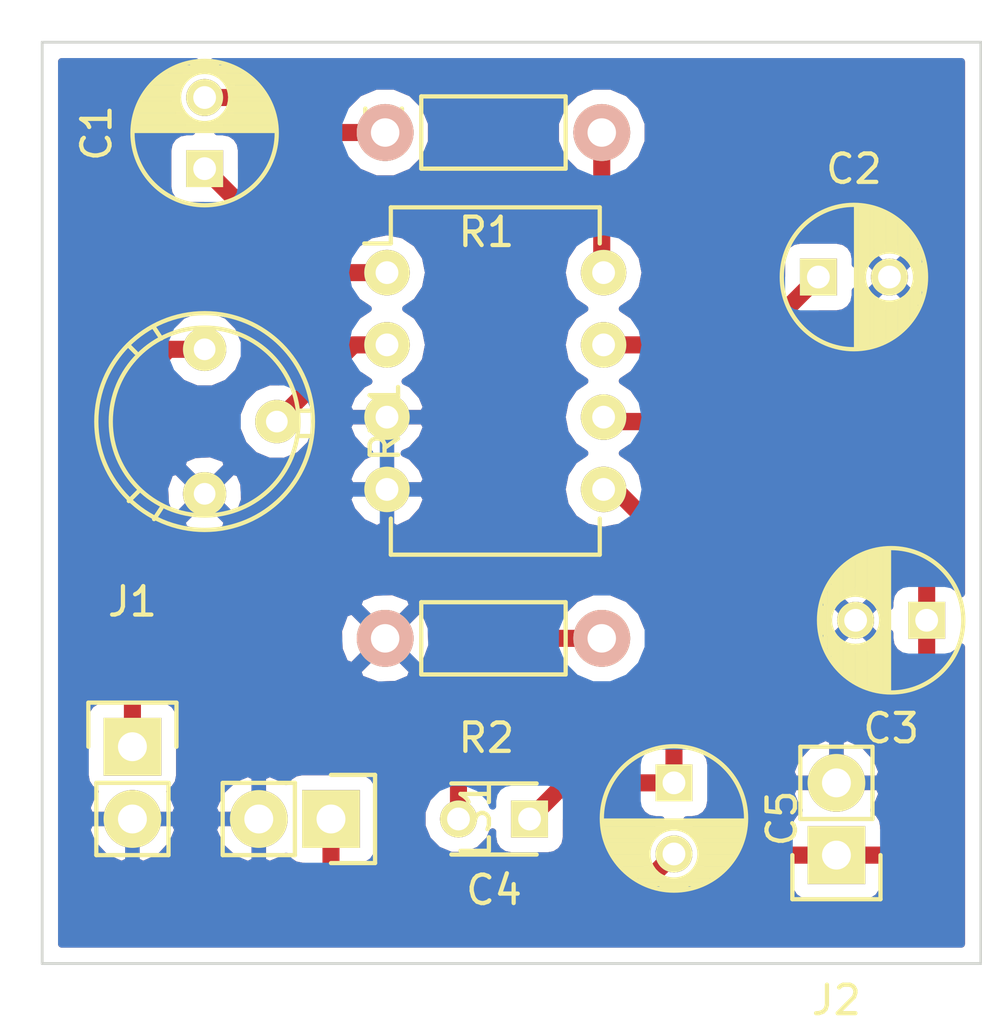
<source format=kicad_pcb>
(kicad_pcb (version 4) (host pcbnew 4.0.6)

  (general
    (links 20)
    (no_connects 0)
    (area 151.714999 102.184999 184.835001 134.670001)
    (thickness 1.6)
    (drawings 4)
    (tracks 42)
    (zones 0)
    (modules 12)
    (nets 12)
  )

  (page A4)
  (layers
    (0 F.Cu signal)
    (31 B.Cu signal)
    (32 B.Adhes user)
    (33 F.Adhes user)
    (34 B.Paste user)
    (35 F.Paste user)
    (36 B.SilkS user)
    (37 F.SilkS user)
    (38 B.Mask user)
    (39 F.Mask user)
    (40 Dwgs.User user)
    (41 Cmts.User user)
    (42 Eco1.User user)
    (43 Eco2.User user)
    (44 Edge.Cuts user)
    (45 Margin user)
    (46 B.CrtYd user)
    (47 F.CrtYd user)
    (48 B.Fab user)
    (49 F.Fab user)
  )

  (setup
    (last_trace_width 0.508)
    (trace_clearance 0.254)
    (zone_clearance 0.508)
    (zone_45_only no)
    (trace_min 0.254)
    (segment_width 0.2)
    (edge_width 0.1)
    (via_size 0.6)
    (via_drill 0.4)
    (via_min_size 0.4)
    (via_min_drill 0.3)
    (uvia_size 0.3)
    (uvia_drill 0.1)
    (uvias_allowed no)
    (uvia_min_size 0)
    (uvia_min_drill 0)
    (pcb_text_width 0.3)
    (pcb_text_size 1.5 1.5)
    (mod_edge_width 0.15)
    (mod_text_size 1 1)
    (mod_text_width 0.15)
    (pad_size 1.5 1.5)
    (pad_drill 0.6)
    (pad_to_mask_clearance 0)
    (aux_axis_origin 0 0)
    (visible_elements FFFFFF7F)
    (pcbplotparams
      (layerselection 0x00030_80000001)
      (usegerberextensions false)
      (excludeedgelayer true)
      (linewidth 0.100000)
      (plotframeref false)
      (viasonmask false)
      (mode 1)
      (useauxorigin false)
      (hpglpennumber 1)
      (hpglpenspeed 20)
      (hpglpendiameter 15)
      (hpglpenoverlay 2)
      (psnegative false)
      (psa4output false)
      (plotreference true)
      (plotvalue true)
      (plotinvisibletext false)
      (padsonsilk false)
      (subtractmaskfromsilk false)
      (outputformat 1)
      (mirror false)
      (drillshape 1)
      (scaleselection 1)
      (outputdirectory ""))
  )

  (net 0 "")
  (net 1 "Net-(C1-Pad1)")
  (net 2 "Net-(C1-Pad2)")
  (net 3 "Net-(C2-Pad1)")
  (net 4 GND)
  (net 5 +12V)
  (net 6 "Net-(C4-Pad1)")
  (net 7 "Net-(C4-Pad2)")
  (net 8 "Net-(C5-Pad2)")
  (net 9 "Net-(J1-Pad1)")
  (net 10 "Net-(R1-Pad1)")
  (net 11 "Net-(RV1-Pad2)")

  (net_class Default "This is the default net class."
    (clearance 0.254)
    (trace_width 0.508)
    (via_dia 0.6)
    (via_drill 0.4)
    (uvia_dia 0.3)
    (uvia_drill 0.1)
    (add_net +12V)
    (add_net GND)
    (add_net "Net-(C1-Pad1)")
    (add_net "Net-(C1-Pad2)")
    (add_net "Net-(C2-Pad1)")
    (add_net "Net-(C4-Pad1)")
    (add_net "Net-(C4-Pad2)")
    (add_net "Net-(C5-Pad2)")
    (add_net "Net-(J1-Pad1)")
    (add_net "Net-(R1-Pad1)")
    (add_net "Net-(RV1-Pad2)")
  )

  (module Capacitors_ThroughHole:C_Radial_D5_L6_P2.5 (layer F.Cu) (tedit 0) (tstamp 59B546D2)
    (at 157.48 106.68 90)
    (descr "Radial Electrolytic Capacitor Diameter 5mm x Length 6mm, Pitch 2.5mm")
    (tags "Electrolytic Capacitor")
    (path /59B4672C)
    (fp_text reference C1 (at 1.25 -3.8 90) (layer F.SilkS)
      (effects (font (size 1 1) (thickness 0.15)))
    )
    (fp_text value 22u (at 1.25 3.8 90) (layer F.Fab)
      (effects (font (size 1 1) (thickness 0.15)))
    )
    (fp_line (start 1.325 -2.499) (end 1.325 2.499) (layer F.SilkS) (width 0.15))
    (fp_line (start 1.465 -2.491) (end 1.465 2.491) (layer F.SilkS) (width 0.15))
    (fp_line (start 1.605 -2.475) (end 1.605 -0.095) (layer F.SilkS) (width 0.15))
    (fp_line (start 1.605 0.095) (end 1.605 2.475) (layer F.SilkS) (width 0.15))
    (fp_line (start 1.745 -2.451) (end 1.745 -0.49) (layer F.SilkS) (width 0.15))
    (fp_line (start 1.745 0.49) (end 1.745 2.451) (layer F.SilkS) (width 0.15))
    (fp_line (start 1.885 -2.418) (end 1.885 -0.657) (layer F.SilkS) (width 0.15))
    (fp_line (start 1.885 0.657) (end 1.885 2.418) (layer F.SilkS) (width 0.15))
    (fp_line (start 2.025 -2.377) (end 2.025 -0.764) (layer F.SilkS) (width 0.15))
    (fp_line (start 2.025 0.764) (end 2.025 2.377) (layer F.SilkS) (width 0.15))
    (fp_line (start 2.165 -2.327) (end 2.165 -0.835) (layer F.SilkS) (width 0.15))
    (fp_line (start 2.165 0.835) (end 2.165 2.327) (layer F.SilkS) (width 0.15))
    (fp_line (start 2.305 -2.266) (end 2.305 -0.879) (layer F.SilkS) (width 0.15))
    (fp_line (start 2.305 0.879) (end 2.305 2.266) (layer F.SilkS) (width 0.15))
    (fp_line (start 2.445 -2.196) (end 2.445 -0.898) (layer F.SilkS) (width 0.15))
    (fp_line (start 2.445 0.898) (end 2.445 2.196) (layer F.SilkS) (width 0.15))
    (fp_line (start 2.585 -2.114) (end 2.585 -0.896) (layer F.SilkS) (width 0.15))
    (fp_line (start 2.585 0.896) (end 2.585 2.114) (layer F.SilkS) (width 0.15))
    (fp_line (start 2.725 -2.019) (end 2.725 -0.871) (layer F.SilkS) (width 0.15))
    (fp_line (start 2.725 0.871) (end 2.725 2.019) (layer F.SilkS) (width 0.15))
    (fp_line (start 2.865 -1.908) (end 2.865 -0.823) (layer F.SilkS) (width 0.15))
    (fp_line (start 2.865 0.823) (end 2.865 1.908) (layer F.SilkS) (width 0.15))
    (fp_line (start 3.005 -1.78) (end 3.005 -0.745) (layer F.SilkS) (width 0.15))
    (fp_line (start 3.005 0.745) (end 3.005 1.78) (layer F.SilkS) (width 0.15))
    (fp_line (start 3.145 -1.631) (end 3.145 -0.628) (layer F.SilkS) (width 0.15))
    (fp_line (start 3.145 0.628) (end 3.145 1.631) (layer F.SilkS) (width 0.15))
    (fp_line (start 3.285 -1.452) (end 3.285 -0.44) (layer F.SilkS) (width 0.15))
    (fp_line (start 3.285 0.44) (end 3.285 1.452) (layer F.SilkS) (width 0.15))
    (fp_line (start 3.425 -1.233) (end 3.425 1.233) (layer F.SilkS) (width 0.15))
    (fp_line (start 3.565 -0.944) (end 3.565 0.944) (layer F.SilkS) (width 0.15))
    (fp_line (start 3.705 -0.472) (end 3.705 0.472) (layer F.SilkS) (width 0.15))
    (fp_circle (center 2.5 0) (end 2.5 -0.9) (layer F.SilkS) (width 0.15))
    (fp_circle (center 1.25 0) (end 1.25 -2.5375) (layer F.SilkS) (width 0.15))
    (fp_circle (center 1.25 0) (end 1.25 -2.8) (layer F.CrtYd) (width 0.05))
    (pad 1 thru_hole rect (at 0 0 90) (size 1.3 1.3) (drill 0.8) (layers *.Cu *.Mask F.SilkS)
      (net 1 "Net-(C1-Pad1)"))
    (pad 2 thru_hole circle (at 2.5 0 90) (size 1.3 1.3) (drill 0.8) (layers *.Cu *.Mask F.SilkS)
      (net 2 "Net-(C1-Pad2)"))
    (model Capacitors_ThroughHole.3dshapes/C_Radial_D5_L6_P2.5.wrl
      (at (xyz 0.0492126 0 0))
      (scale (xyz 1 1 1))
      (rotate (xyz 0 0 90))
    )
  )

  (module Capacitors_ThroughHole:C_Radial_D5_L6_P2.5 (layer F.Cu) (tedit 0) (tstamp 59B546FA)
    (at 179.07 110.49)
    (descr "Radial Electrolytic Capacitor Diameter 5mm x Length 6mm, Pitch 2.5mm")
    (tags "Electrolytic Capacitor")
    (path /59B465DF)
    (fp_text reference C2 (at 1.25 -3.8) (layer F.SilkS)
      (effects (font (size 1 1) (thickness 0.15)))
    )
    (fp_text value 22u (at 1.25 3.8) (layer F.Fab)
      (effects (font (size 1 1) (thickness 0.15)))
    )
    (fp_line (start 1.325 -2.499) (end 1.325 2.499) (layer F.SilkS) (width 0.15))
    (fp_line (start 1.465 -2.491) (end 1.465 2.491) (layer F.SilkS) (width 0.15))
    (fp_line (start 1.605 -2.475) (end 1.605 -0.095) (layer F.SilkS) (width 0.15))
    (fp_line (start 1.605 0.095) (end 1.605 2.475) (layer F.SilkS) (width 0.15))
    (fp_line (start 1.745 -2.451) (end 1.745 -0.49) (layer F.SilkS) (width 0.15))
    (fp_line (start 1.745 0.49) (end 1.745 2.451) (layer F.SilkS) (width 0.15))
    (fp_line (start 1.885 -2.418) (end 1.885 -0.657) (layer F.SilkS) (width 0.15))
    (fp_line (start 1.885 0.657) (end 1.885 2.418) (layer F.SilkS) (width 0.15))
    (fp_line (start 2.025 -2.377) (end 2.025 -0.764) (layer F.SilkS) (width 0.15))
    (fp_line (start 2.025 0.764) (end 2.025 2.377) (layer F.SilkS) (width 0.15))
    (fp_line (start 2.165 -2.327) (end 2.165 -0.835) (layer F.SilkS) (width 0.15))
    (fp_line (start 2.165 0.835) (end 2.165 2.327) (layer F.SilkS) (width 0.15))
    (fp_line (start 2.305 -2.266) (end 2.305 -0.879) (layer F.SilkS) (width 0.15))
    (fp_line (start 2.305 0.879) (end 2.305 2.266) (layer F.SilkS) (width 0.15))
    (fp_line (start 2.445 -2.196) (end 2.445 -0.898) (layer F.SilkS) (width 0.15))
    (fp_line (start 2.445 0.898) (end 2.445 2.196) (layer F.SilkS) (width 0.15))
    (fp_line (start 2.585 -2.114) (end 2.585 -0.896) (layer F.SilkS) (width 0.15))
    (fp_line (start 2.585 0.896) (end 2.585 2.114) (layer F.SilkS) (width 0.15))
    (fp_line (start 2.725 -2.019) (end 2.725 -0.871) (layer F.SilkS) (width 0.15))
    (fp_line (start 2.725 0.871) (end 2.725 2.019) (layer F.SilkS) (width 0.15))
    (fp_line (start 2.865 -1.908) (end 2.865 -0.823) (layer F.SilkS) (width 0.15))
    (fp_line (start 2.865 0.823) (end 2.865 1.908) (layer F.SilkS) (width 0.15))
    (fp_line (start 3.005 -1.78) (end 3.005 -0.745) (layer F.SilkS) (width 0.15))
    (fp_line (start 3.005 0.745) (end 3.005 1.78) (layer F.SilkS) (width 0.15))
    (fp_line (start 3.145 -1.631) (end 3.145 -0.628) (layer F.SilkS) (width 0.15))
    (fp_line (start 3.145 0.628) (end 3.145 1.631) (layer F.SilkS) (width 0.15))
    (fp_line (start 3.285 -1.452) (end 3.285 -0.44) (layer F.SilkS) (width 0.15))
    (fp_line (start 3.285 0.44) (end 3.285 1.452) (layer F.SilkS) (width 0.15))
    (fp_line (start 3.425 -1.233) (end 3.425 1.233) (layer F.SilkS) (width 0.15))
    (fp_line (start 3.565 -0.944) (end 3.565 0.944) (layer F.SilkS) (width 0.15))
    (fp_line (start 3.705 -0.472) (end 3.705 0.472) (layer F.SilkS) (width 0.15))
    (fp_circle (center 2.5 0) (end 2.5 -0.9) (layer F.SilkS) (width 0.15))
    (fp_circle (center 1.25 0) (end 1.25 -2.5375) (layer F.SilkS) (width 0.15))
    (fp_circle (center 1.25 0) (end 1.25 -2.8) (layer F.CrtYd) (width 0.05))
    (pad 1 thru_hole rect (at 0 0) (size 1.3 1.3) (drill 0.8) (layers *.Cu *.Mask F.SilkS)
      (net 3 "Net-(C2-Pad1)"))
    (pad 2 thru_hole circle (at 2.5 0) (size 1.3 1.3) (drill 0.8) (layers *.Cu *.Mask F.SilkS)
      (net 4 GND))
    (model Capacitors_ThroughHole.3dshapes/C_Radial_D5_L6_P2.5.wrl
      (at (xyz 0.0492126 0 0))
      (scale (xyz 1 1 1))
      (rotate (xyz 0 0 90))
    )
  )

  (module Capacitors_ThroughHole:C_Radial_D5_L6_P2.5 (layer F.Cu) (tedit 0) (tstamp 59B54722)
    (at 182.88 122.555 180)
    (descr "Radial Electrolytic Capacitor Diameter 5mm x Length 6mm, Pitch 2.5mm")
    (tags "Electrolytic Capacitor")
    (path /59B453D8)
    (fp_text reference C3 (at 1.25 -3.8 180) (layer F.SilkS)
      (effects (font (size 1 1) (thickness 0.15)))
    )
    (fp_text value 220u (at 1.25 3.8 180) (layer F.Fab)
      (effects (font (size 1 1) (thickness 0.15)))
    )
    (fp_line (start 1.325 -2.499) (end 1.325 2.499) (layer F.SilkS) (width 0.15))
    (fp_line (start 1.465 -2.491) (end 1.465 2.491) (layer F.SilkS) (width 0.15))
    (fp_line (start 1.605 -2.475) (end 1.605 -0.095) (layer F.SilkS) (width 0.15))
    (fp_line (start 1.605 0.095) (end 1.605 2.475) (layer F.SilkS) (width 0.15))
    (fp_line (start 1.745 -2.451) (end 1.745 -0.49) (layer F.SilkS) (width 0.15))
    (fp_line (start 1.745 0.49) (end 1.745 2.451) (layer F.SilkS) (width 0.15))
    (fp_line (start 1.885 -2.418) (end 1.885 -0.657) (layer F.SilkS) (width 0.15))
    (fp_line (start 1.885 0.657) (end 1.885 2.418) (layer F.SilkS) (width 0.15))
    (fp_line (start 2.025 -2.377) (end 2.025 -0.764) (layer F.SilkS) (width 0.15))
    (fp_line (start 2.025 0.764) (end 2.025 2.377) (layer F.SilkS) (width 0.15))
    (fp_line (start 2.165 -2.327) (end 2.165 -0.835) (layer F.SilkS) (width 0.15))
    (fp_line (start 2.165 0.835) (end 2.165 2.327) (layer F.SilkS) (width 0.15))
    (fp_line (start 2.305 -2.266) (end 2.305 -0.879) (layer F.SilkS) (width 0.15))
    (fp_line (start 2.305 0.879) (end 2.305 2.266) (layer F.SilkS) (width 0.15))
    (fp_line (start 2.445 -2.196) (end 2.445 -0.898) (layer F.SilkS) (width 0.15))
    (fp_line (start 2.445 0.898) (end 2.445 2.196) (layer F.SilkS) (width 0.15))
    (fp_line (start 2.585 -2.114) (end 2.585 -0.896) (layer F.SilkS) (width 0.15))
    (fp_line (start 2.585 0.896) (end 2.585 2.114) (layer F.SilkS) (width 0.15))
    (fp_line (start 2.725 -2.019) (end 2.725 -0.871) (layer F.SilkS) (width 0.15))
    (fp_line (start 2.725 0.871) (end 2.725 2.019) (layer F.SilkS) (width 0.15))
    (fp_line (start 2.865 -1.908) (end 2.865 -0.823) (layer F.SilkS) (width 0.15))
    (fp_line (start 2.865 0.823) (end 2.865 1.908) (layer F.SilkS) (width 0.15))
    (fp_line (start 3.005 -1.78) (end 3.005 -0.745) (layer F.SilkS) (width 0.15))
    (fp_line (start 3.005 0.745) (end 3.005 1.78) (layer F.SilkS) (width 0.15))
    (fp_line (start 3.145 -1.631) (end 3.145 -0.628) (layer F.SilkS) (width 0.15))
    (fp_line (start 3.145 0.628) (end 3.145 1.631) (layer F.SilkS) (width 0.15))
    (fp_line (start 3.285 -1.452) (end 3.285 -0.44) (layer F.SilkS) (width 0.15))
    (fp_line (start 3.285 0.44) (end 3.285 1.452) (layer F.SilkS) (width 0.15))
    (fp_line (start 3.425 -1.233) (end 3.425 1.233) (layer F.SilkS) (width 0.15))
    (fp_line (start 3.565 -0.944) (end 3.565 0.944) (layer F.SilkS) (width 0.15))
    (fp_line (start 3.705 -0.472) (end 3.705 0.472) (layer F.SilkS) (width 0.15))
    (fp_circle (center 2.5 0) (end 2.5 -0.9) (layer F.SilkS) (width 0.15))
    (fp_circle (center 1.25 0) (end 1.25 -2.5375) (layer F.SilkS) (width 0.15))
    (fp_circle (center 1.25 0) (end 1.25 -2.8) (layer F.CrtYd) (width 0.05))
    (pad 1 thru_hole rect (at 0 0 180) (size 1.3 1.3) (drill 0.8) (layers *.Cu *.Mask F.SilkS)
      (net 5 +12V))
    (pad 2 thru_hole circle (at 2.5 0 180) (size 1.3 1.3) (drill 0.8) (layers *.Cu *.Mask F.SilkS)
      (net 4 GND))
    (model Capacitors_ThroughHole.3dshapes/C_Radial_D5_L6_P2.5.wrl
      (at (xyz 0.0492126 0 0))
      (scale (xyz 1 1 1))
      (rotate (xyz 0 0 90))
    )
  )

  (module Capacitors_ThroughHole:C_Radial_D5_L6_P2.5 (layer F.Cu) (tedit 0) (tstamp 59B54772)
    (at 173.99 128.27 270)
    (descr "Radial Electrolytic Capacitor Diameter 5mm x Length 6mm, Pitch 2.5mm")
    (tags "Electrolytic Capacitor")
    (path /59B458A8)
    (fp_text reference C5 (at 1.25 -3.8 270) (layer F.SilkS)
      (effects (font (size 1 1) (thickness 0.15)))
    )
    (fp_text value 220u (at 1.25 3.8 270) (layer F.Fab)
      (effects (font (size 1 1) (thickness 0.15)))
    )
    (fp_line (start 1.325 -2.499) (end 1.325 2.499) (layer F.SilkS) (width 0.15))
    (fp_line (start 1.465 -2.491) (end 1.465 2.491) (layer F.SilkS) (width 0.15))
    (fp_line (start 1.605 -2.475) (end 1.605 -0.095) (layer F.SilkS) (width 0.15))
    (fp_line (start 1.605 0.095) (end 1.605 2.475) (layer F.SilkS) (width 0.15))
    (fp_line (start 1.745 -2.451) (end 1.745 -0.49) (layer F.SilkS) (width 0.15))
    (fp_line (start 1.745 0.49) (end 1.745 2.451) (layer F.SilkS) (width 0.15))
    (fp_line (start 1.885 -2.418) (end 1.885 -0.657) (layer F.SilkS) (width 0.15))
    (fp_line (start 1.885 0.657) (end 1.885 2.418) (layer F.SilkS) (width 0.15))
    (fp_line (start 2.025 -2.377) (end 2.025 -0.764) (layer F.SilkS) (width 0.15))
    (fp_line (start 2.025 0.764) (end 2.025 2.377) (layer F.SilkS) (width 0.15))
    (fp_line (start 2.165 -2.327) (end 2.165 -0.835) (layer F.SilkS) (width 0.15))
    (fp_line (start 2.165 0.835) (end 2.165 2.327) (layer F.SilkS) (width 0.15))
    (fp_line (start 2.305 -2.266) (end 2.305 -0.879) (layer F.SilkS) (width 0.15))
    (fp_line (start 2.305 0.879) (end 2.305 2.266) (layer F.SilkS) (width 0.15))
    (fp_line (start 2.445 -2.196) (end 2.445 -0.898) (layer F.SilkS) (width 0.15))
    (fp_line (start 2.445 0.898) (end 2.445 2.196) (layer F.SilkS) (width 0.15))
    (fp_line (start 2.585 -2.114) (end 2.585 -0.896) (layer F.SilkS) (width 0.15))
    (fp_line (start 2.585 0.896) (end 2.585 2.114) (layer F.SilkS) (width 0.15))
    (fp_line (start 2.725 -2.019) (end 2.725 -0.871) (layer F.SilkS) (width 0.15))
    (fp_line (start 2.725 0.871) (end 2.725 2.019) (layer F.SilkS) (width 0.15))
    (fp_line (start 2.865 -1.908) (end 2.865 -0.823) (layer F.SilkS) (width 0.15))
    (fp_line (start 2.865 0.823) (end 2.865 1.908) (layer F.SilkS) (width 0.15))
    (fp_line (start 3.005 -1.78) (end 3.005 -0.745) (layer F.SilkS) (width 0.15))
    (fp_line (start 3.005 0.745) (end 3.005 1.78) (layer F.SilkS) (width 0.15))
    (fp_line (start 3.145 -1.631) (end 3.145 -0.628) (layer F.SilkS) (width 0.15))
    (fp_line (start 3.145 0.628) (end 3.145 1.631) (layer F.SilkS) (width 0.15))
    (fp_line (start 3.285 -1.452) (end 3.285 -0.44) (layer F.SilkS) (width 0.15))
    (fp_line (start 3.285 0.44) (end 3.285 1.452) (layer F.SilkS) (width 0.15))
    (fp_line (start 3.425 -1.233) (end 3.425 1.233) (layer F.SilkS) (width 0.15))
    (fp_line (start 3.565 -0.944) (end 3.565 0.944) (layer F.SilkS) (width 0.15))
    (fp_line (start 3.705 -0.472) (end 3.705 0.472) (layer F.SilkS) (width 0.15))
    (fp_circle (center 2.5 0) (end 2.5 -0.9) (layer F.SilkS) (width 0.15))
    (fp_circle (center 1.25 0) (end 1.25 -2.5375) (layer F.SilkS) (width 0.15))
    (fp_circle (center 1.25 0) (end 1.25 -2.8) (layer F.CrtYd) (width 0.05))
    (pad 1 thru_hole rect (at 0 0 270) (size 1.3 1.3) (drill 0.8) (layers *.Cu *.Mask F.SilkS)
      (net 6 "Net-(C4-Pad1)"))
    (pad 2 thru_hole circle (at 2.5 0 270) (size 1.3 1.3) (drill 0.8) (layers *.Cu *.Mask F.SilkS)
      (net 8 "Net-(C5-Pad2)"))
    (model Capacitors_ThroughHole.3dshapes/C_Radial_D5_L6_P2.5.wrl
      (at (xyz 0.0492126 0 0))
      (scale (xyz 1 1 1))
      (rotate (xyz 0 0 90))
    )
  )

  (module Pin_Headers:Pin_Header_Straight_1x02 (layer F.Cu) (tedit 54EA090C) (tstamp 59B54783)
    (at 154.94 127)
    (descr "Through hole pin header")
    (tags "pin header")
    (path /59B47692)
    (fp_text reference J1 (at 0 -5.1) (layer F.SilkS)
      (effects (font (size 1 1) (thickness 0.15)))
    )
    (fp_text value INPUT (at 0 -3.1) (layer F.Fab)
      (effects (font (size 1 1) (thickness 0.15)))
    )
    (fp_line (start 1.27 1.27) (end 1.27 3.81) (layer F.SilkS) (width 0.15))
    (fp_line (start 1.55 -1.55) (end 1.55 0) (layer F.SilkS) (width 0.15))
    (fp_line (start -1.75 -1.75) (end -1.75 4.3) (layer F.CrtYd) (width 0.05))
    (fp_line (start 1.75 -1.75) (end 1.75 4.3) (layer F.CrtYd) (width 0.05))
    (fp_line (start -1.75 -1.75) (end 1.75 -1.75) (layer F.CrtYd) (width 0.05))
    (fp_line (start -1.75 4.3) (end 1.75 4.3) (layer F.CrtYd) (width 0.05))
    (fp_line (start 1.27 1.27) (end -1.27 1.27) (layer F.SilkS) (width 0.15))
    (fp_line (start -1.55 0) (end -1.55 -1.55) (layer F.SilkS) (width 0.15))
    (fp_line (start -1.55 -1.55) (end 1.55 -1.55) (layer F.SilkS) (width 0.15))
    (fp_line (start -1.27 1.27) (end -1.27 3.81) (layer F.SilkS) (width 0.15))
    (fp_line (start -1.27 3.81) (end 1.27 3.81) (layer F.SilkS) (width 0.15))
    (pad 1 thru_hole rect (at 0 0) (size 2.032 2.032) (drill 1.016) (layers *.Cu *.Mask F.SilkS)
      (net 9 "Net-(J1-Pad1)"))
    (pad 2 thru_hole oval (at 0 2.54) (size 2.032 2.032) (drill 1.016) (layers *.Cu *.Mask F.SilkS)
      (net 4 GND))
    (model Pin_Headers.3dshapes/Pin_Header_Straight_1x02.wrl
      (at (xyz 0 -0.05 0))
      (scale (xyz 1 1 1))
      (rotate (xyz 0 0 90))
    )
  )

  (module Pin_Headers:Pin_Header_Straight_1x02 (layer F.Cu) (tedit 54EA090C) (tstamp 59B54794)
    (at 179.705 130.81 180)
    (descr "Through hole pin header")
    (tags "pin header")
    (path /59B544DB)
    (fp_text reference J2 (at 0 -5.1 180) (layer F.SilkS)
      (effects (font (size 1 1) (thickness 0.15)))
    )
    (fp_text value VCC (at 0 -3.1 180) (layer F.Fab)
      (effects (font (size 1 1) (thickness 0.15)))
    )
    (fp_line (start 1.27 1.27) (end 1.27 3.81) (layer F.SilkS) (width 0.15))
    (fp_line (start 1.55 -1.55) (end 1.55 0) (layer F.SilkS) (width 0.15))
    (fp_line (start -1.75 -1.75) (end -1.75 4.3) (layer F.CrtYd) (width 0.05))
    (fp_line (start 1.75 -1.75) (end 1.75 4.3) (layer F.CrtYd) (width 0.05))
    (fp_line (start -1.75 -1.75) (end 1.75 -1.75) (layer F.CrtYd) (width 0.05))
    (fp_line (start -1.75 4.3) (end 1.75 4.3) (layer F.CrtYd) (width 0.05))
    (fp_line (start 1.27 1.27) (end -1.27 1.27) (layer F.SilkS) (width 0.15))
    (fp_line (start -1.55 0) (end -1.55 -1.55) (layer F.SilkS) (width 0.15))
    (fp_line (start -1.55 -1.55) (end 1.55 -1.55) (layer F.SilkS) (width 0.15))
    (fp_line (start -1.27 1.27) (end -1.27 3.81) (layer F.SilkS) (width 0.15))
    (fp_line (start -1.27 3.81) (end 1.27 3.81) (layer F.SilkS) (width 0.15))
    (pad 1 thru_hole rect (at 0 0 180) (size 2.032 2.032) (drill 1.016) (layers *.Cu *.Mask F.SilkS)
      (net 5 +12V))
    (pad 2 thru_hole oval (at 0 2.54 180) (size 2.032 2.032) (drill 1.016) (layers *.Cu *.Mask F.SilkS)
      (net 4 GND))
    (model Pin_Headers.3dshapes/Pin_Header_Straight_1x02.wrl
      (at (xyz 0 -0.05 0))
      (scale (xyz 1 1 1))
      (rotate (xyz 0 0 90))
    )
  )

  (module Pin_Headers:Pin_Header_Straight_1x02 (layer F.Cu) (tedit 54EA090C) (tstamp 59B547A5)
    (at 161.925 129.54 270)
    (descr "Through hole pin header")
    (tags "pin header")
    (path /59B462D1)
    (fp_text reference LS1 (at 0 -5.1 270) (layer F.SilkS)
      (effects (font (size 1 1) (thickness 0.15)))
    )
    (fp_text value Speaker (at 0 -3.1 270) (layer F.Fab)
      (effects (font (size 1 1) (thickness 0.15)))
    )
    (fp_line (start 1.27 1.27) (end 1.27 3.81) (layer F.SilkS) (width 0.15))
    (fp_line (start 1.55 -1.55) (end 1.55 0) (layer F.SilkS) (width 0.15))
    (fp_line (start -1.75 -1.75) (end -1.75 4.3) (layer F.CrtYd) (width 0.05))
    (fp_line (start 1.75 -1.75) (end 1.75 4.3) (layer F.CrtYd) (width 0.05))
    (fp_line (start -1.75 -1.75) (end 1.75 -1.75) (layer F.CrtYd) (width 0.05))
    (fp_line (start -1.75 4.3) (end 1.75 4.3) (layer F.CrtYd) (width 0.05))
    (fp_line (start 1.27 1.27) (end -1.27 1.27) (layer F.SilkS) (width 0.15))
    (fp_line (start -1.55 0) (end -1.55 -1.55) (layer F.SilkS) (width 0.15))
    (fp_line (start -1.55 -1.55) (end 1.55 -1.55) (layer F.SilkS) (width 0.15))
    (fp_line (start -1.27 1.27) (end -1.27 3.81) (layer F.SilkS) (width 0.15))
    (fp_line (start -1.27 3.81) (end 1.27 3.81) (layer F.SilkS) (width 0.15))
    (pad 1 thru_hole rect (at 0 0 270) (size 2.032 2.032) (drill 1.016) (layers *.Cu *.Mask F.SilkS)
      (net 8 "Net-(C5-Pad2)"))
    (pad 2 thru_hole oval (at 0 2.54 270) (size 2.032 2.032) (drill 1.016) (layers *.Cu *.Mask F.SilkS)
      (net 4 GND))
    (model Pin_Headers.3dshapes/Pin_Header_Straight_1x02.wrl
      (at (xyz 0 -0.05 0))
      (scale (xyz 1 1 1))
      (rotate (xyz 0 0 90))
    )
  )

  (module Resistors_ThroughHole:Resistor_Horizontal_RM7mm (layer F.Cu) (tedit 569FCF07) (tstamp 59B547B3)
    (at 171.45 105.41 180)
    (descr "Resistor, Axial,  RM 7.62mm, 1/3W,")
    (tags "Resistor Axial RM 7.62mm 1/3W R3")
    (path /59B467D6)
    (fp_text reference R1 (at 4.05892 -3.50012 180) (layer F.SilkS)
      (effects (font (size 1 1) (thickness 0.15)))
    )
    (fp_text value 1K2 (at 3.81 3.81 180) (layer F.Fab)
      (effects (font (size 1 1) (thickness 0.15)))
    )
    (fp_line (start -1.25 -1.5) (end 8.85 -1.5) (layer F.CrtYd) (width 0.05))
    (fp_line (start -1.25 1.5) (end -1.25 -1.5) (layer F.CrtYd) (width 0.05))
    (fp_line (start 8.85 -1.5) (end 8.85 1.5) (layer F.CrtYd) (width 0.05))
    (fp_line (start -1.25 1.5) (end 8.85 1.5) (layer F.CrtYd) (width 0.05))
    (fp_line (start 1.27 -1.27) (end 6.35 -1.27) (layer F.SilkS) (width 0.15))
    (fp_line (start 6.35 -1.27) (end 6.35 1.27) (layer F.SilkS) (width 0.15))
    (fp_line (start 6.35 1.27) (end 1.27 1.27) (layer F.SilkS) (width 0.15))
    (fp_line (start 1.27 1.27) (end 1.27 -1.27) (layer F.SilkS) (width 0.15))
    (pad 1 thru_hole circle (at 0 0 180) (size 1.99898 1.99898) (drill 1.00076) (layers *.Cu *.SilkS *.Mask)
      (net 10 "Net-(R1-Pad1)"))
    (pad 2 thru_hole circle (at 7.62 0 180) (size 1.99898 1.99898) (drill 1.00076) (layers *.Cu *.SilkS *.Mask)
      (net 2 "Net-(C1-Pad2)"))
  )

  (module Resistors_ThroughHole:Resistor_Horizontal_RM7mm (layer F.Cu) (tedit 569FCF07) (tstamp 59B547C1)
    (at 171.45 123.19 180)
    (descr "Resistor, Axial,  RM 7.62mm, 1/3W,")
    (tags "Resistor Axial RM 7.62mm 1/3W R3")
    (path /59B457CB)
    (fp_text reference R2 (at 4.05892 -3.50012 180) (layer F.SilkS)
      (effects (font (size 1 1) (thickness 0.15)))
    )
    (fp_text value 10R (at 3.81 3.81 180) (layer F.Fab)
      (effects (font (size 1 1) (thickness 0.15)))
    )
    (fp_line (start -1.25 -1.5) (end 8.85 -1.5) (layer F.CrtYd) (width 0.05))
    (fp_line (start -1.25 1.5) (end -1.25 -1.5) (layer F.CrtYd) (width 0.05))
    (fp_line (start 8.85 -1.5) (end 8.85 1.5) (layer F.CrtYd) (width 0.05))
    (fp_line (start -1.25 1.5) (end 8.85 1.5) (layer F.CrtYd) (width 0.05))
    (fp_line (start 1.27 -1.27) (end 6.35 -1.27) (layer F.SilkS) (width 0.15))
    (fp_line (start 6.35 -1.27) (end 6.35 1.27) (layer F.SilkS) (width 0.15))
    (fp_line (start 6.35 1.27) (end 1.27 1.27) (layer F.SilkS) (width 0.15))
    (fp_line (start 1.27 1.27) (end 1.27 -1.27) (layer F.SilkS) (width 0.15))
    (pad 1 thru_hole circle (at 0 0 180) (size 1.99898 1.99898) (drill 1.00076) (layers *.Cu *.SilkS *.Mask)
      (net 7 "Net-(C4-Pad2)"))
    (pad 2 thru_hole circle (at 7.62 0 180) (size 1.99898 1.99898) (drill 1.00076) (layers *.Cu *.SilkS *.Mask)
      (net 4 GND))
  )

  (module Potentiometers:Potentiometer_Bourns_3339P_Angular_ScrewUp (layer F.Cu) (tedit 5414530F) (tstamp 59B547D0)
    (at 157.48 113.03 270)
    (descr "5/16, Round, Trimming, Potentiometer, Bourns, 3339")
    (tags "5/16, Round, Trimming, Potentiometer, Bourns, 3339")
    (path /59B455FC)
    (fp_text reference RV1 (at 2.54 -6.35 270) (layer F.SilkS)
      (effects (font (size 1 1) (thickness 0.15)))
    )
    (fp_text value 10K (at 2.54 6.35 270) (layer F.Fab)
      (effects (font (size 1 1) (thickness 0.15)))
    )
    (fp_line (start 5.334 2.667) (end 4.953 2.286) (layer F.SilkS) (width 0.15))
    (fp_line (start 5.969 1.778) (end 5.588 1.524) (layer F.SilkS) (width 0.15))
    (fp_line (start -0.762 1.778) (end -0.381 1.524) (layer F.SilkS) (width 0.15))
    (fp_line (start -0.127 2.667) (end 0.127 2.413) (layer F.SilkS) (width 0.15))
    (fp_line (start 3.048 -3.302) (end 3.048 -3.683) (layer F.SilkS) (width 0.15))
    (fp_line (start 2.159 -3.302) (end 2.159 -3.683) (layer F.SilkS) (width 0.15))
    (fp_circle (center 2.54 0) (end 5.842 0) (layer F.SilkS) (width 0.15))
    (fp_circle (center 2.54 0) (end 6.35 0) (layer F.SilkS) (width 0.15))
    (pad 2 thru_hole circle (at 2.54 -2.54 270) (size 1.524 1.524) (drill 0.762) (layers *.Cu *.Mask F.SilkS)
      (net 11 "Net-(RV1-Pad2)"))
    (pad 1 thru_hole circle (at 0 0 270) (size 1.524 1.524) (drill 0.762) (layers *.Cu *.Mask F.SilkS)
      (net 9 "Net-(J1-Pad1)"))
    (pad 3 thru_hole circle (at 5.08 0 270) (size 1.524 1.524) (drill 0.762) (layers *.Cu *.Mask F.SilkS)
      (net 4 GND))
    (model Potentiometers.3dshapes/Potentiometer_Bourns_3339P_Angular_ScrewUp.wrl
      (at (xyz 0 0 0))
      (scale (xyz 1 1 1))
      (rotate (xyz 0 0 0))
    )
  )

  (module Housings_DIP:DIP-8_W7.62mm (layer F.Cu) (tedit 54130A77) (tstamp 59B547E7)
    (at 163.894762 110.335)
    (descr "8-lead dip package, row spacing 7.62 mm (300 mils)")
    (tags "dil dip 2.54 300")
    (path /59B45117)
    (fp_text reference U1 (at 0 -5.22) (layer F.SilkS)
      (effects (font (size 1 1) (thickness 0.15)))
    )
    (fp_text value LM386 (at 0 -3.72) (layer F.Fab)
      (effects (font (size 1 1) (thickness 0.15)))
    )
    (fp_line (start -1.05 -2.45) (end -1.05 10.1) (layer F.CrtYd) (width 0.05))
    (fp_line (start 8.65 -2.45) (end 8.65 10.1) (layer F.CrtYd) (width 0.05))
    (fp_line (start -1.05 -2.45) (end 8.65 -2.45) (layer F.CrtYd) (width 0.05))
    (fp_line (start -1.05 10.1) (end 8.65 10.1) (layer F.CrtYd) (width 0.05))
    (fp_line (start 0.135 -2.295) (end 0.135 -1.025) (layer F.SilkS) (width 0.15))
    (fp_line (start 7.485 -2.295) (end 7.485 -1.025) (layer F.SilkS) (width 0.15))
    (fp_line (start 7.485 9.915) (end 7.485 8.645) (layer F.SilkS) (width 0.15))
    (fp_line (start 0.135 9.915) (end 0.135 8.645) (layer F.SilkS) (width 0.15))
    (fp_line (start 0.135 -2.295) (end 7.485 -2.295) (layer F.SilkS) (width 0.15))
    (fp_line (start 0.135 9.915) (end 7.485 9.915) (layer F.SilkS) (width 0.15))
    (fp_line (start 0.135 -1.025) (end -0.8 -1.025) (layer F.SilkS) (width 0.15))
    (pad 1 thru_hole oval (at 0 0) (size 1.6 1.6) (drill 0.8) (layers *.Cu *.Mask F.SilkS)
      (net 1 "Net-(C1-Pad1)"))
    (pad 2 thru_hole oval (at 0 2.54) (size 1.6 1.6) (drill 0.8) (layers *.Cu *.Mask F.SilkS)
      (net 11 "Net-(RV1-Pad2)"))
    (pad 3 thru_hole oval (at 0 5.08) (size 1.6 1.6) (drill 0.8) (layers *.Cu *.Mask F.SilkS)
      (net 4 GND))
    (pad 4 thru_hole oval (at 0 7.62) (size 1.6 1.6) (drill 0.8) (layers *.Cu *.Mask F.SilkS)
      (net 4 GND))
    (pad 5 thru_hole oval (at 7.62 7.62) (size 1.6 1.6) (drill 0.8) (layers *.Cu *.Mask F.SilkS)
      (net 6 "Net-(C4-Pad1)"))
    (pad 6 thru_hole oval (at 7.62 5.08) (size 1.6 1.6) (drill 0.8) (layers *.Cu *.Mask F.SilkS)
      (net 5 +12V))
    (pad 7 thru_hole oval (at 7.62 2.54) (size 1.6 1.6) (drill 0.8) (layers *.Cu *.Mask F.SilkS)
      (net 3 "Net-(C2-Pad1)"))
    (pad 8 thru_hole oval (at 7.62 0) (size 1.6 1.6) (drill 0.8) (layers *.Cu *.Mask F.SilkS)
      (net 10 "Net-(R1-Pad1)"))
    (model Housings_DIP.3dshapes/DIP-8_W7.62mm.wrl
      (at (xyz 0 0 0))
      (scale (xyz 1 1 1))
      (rotate (xyz 0 0 0))
    )
  )

  (module Capacitors_ThroughHole:C_Disc_D3_P2.5 (layer F.Cu) (tedit 0) (tstamp 59B58E59)
    (at 168.91 129.54 180)
    (descr "Capacitor 3mm Disc, Pitch 2.5mm")
    (tags Capacitor)
    (path /59B456CC)
    (fp_text reference C4 (at 1.25 -2.5 180) (layer F.SilkS)
      (effects (font (size 1 1) (thickness 0.15)))
    )
    (fp_text value 0u1 (at 1.25 2.5 180) (layer F.Fab)
      (effects (font (size 1 1) (thickness 0.15)))
    )
    (fp_line (start -0.9 -1.5) (end 3.4 -1.5) (layer F.CrtYd) (width 0.05))
    (fp_line (start 3.4 -1.5) (end 3.4 1.5) (layer F.CrtYd) (width 0.05))
    (fp_line (start 3.4 1.5) (end -0.9 1.5) (layer F.CrtYd) (width 0.05))
    (fp_line (start -0.9 1.5) (end -0.9 -1.5) (layer F.CrtYd) (width 0.05))
    (fp_line (start -0.25 -1.25) (end 2.75 -1.25) (layer F.SilkS) (width 0.15))
    (fp_line (start 2.75 1.25) (end -0.25 1.25) (layer F.SilkS) (width 0.15))
    (pad 1 thru_hole rect (at 0 0 180) (size 1.3 1.3) (drill 0.8) (layers *.Cu *.Mask F.SilkS)
      (net 6 "Net-(C4-Pad1)"))
    (pad 2 thru_hole circle (at 2.5 0 180) (size 1.3 1.3) (drill 0.8001) (layers *.Cu *.Mask F.SilkS)
      (net 7 "Net-(C4-Pad2)"))
    (model Capacitors_ThroughHole.3dshapes/C_Disc_D3_P2.5.wrl
      (at (xyz 0.0492126 0 0))
      (scale (xyz 1 1 1))
      (rotate (xyz 0 0 0))
    )
  )

  (gr_line (start 151.765 134.62) (end 151.765 102.235) (angle 90) (layer Edge.Cuts) (width 0.1))
  (gr_line (start 184.785 134.62) (end 151.765 134.62) (angle 90) (layer Edge.Cuts) (width 0.1))
  (gr_line (start 184.785 102.235) (end 184.785 134.62) (angle 90) (layer Edge.Cuts) (width 0.1))
  (gr_line (start 151.765 102.235) (end 184.785 102.235) (angle 90) (layer Edge.Cuts) (width 0.1))

  (segment (start 163.894762 110.335) (end 161.135 110.335) (width 0.6) (layer F.Cu) (net 1))
  (segment (start 161.135 110.335) (end 157.48 106.68) (width 0.6) (layer F.Cu) (net 1) (tstamp 59B55B25))
  (segment (start 163.83 105.41) (end 161.29 105.41) (width 0.6) (layer F.Cu) (net 2))
  (segment (start 160.06 104.18) (end 157.48 104.18) (width 0.6) (layer F.Cu) (net 2) (tstamp 59B55AF9))
  (segment (start 161.29 105.41) (end 160.06 104.18) (width 0.6) (layer F.Cu) (net 2) (tstamp 59B55AF4))
  (segment (start 171.514762 112.875) (end 176.685 112.875) (width 0.6) (layer F.Cu) (net 3))
  (segment (start 176.685 112.875) (end 179.07 110.49) (width 0.6) (layer F.Cu) (net 3) (tstamp 59B55B2E))
  (segment (start 163.894762 115.415) (end 163.894762 115.505238) (width 0.6) (layer F.Cu) (net 4))
  (segment (start 163.83 123.19) (end 163.894762 123.125238) (width 0.6) (layer F.Cu) (net 4) (tstamp 59B564A2))
  (segment (start 179.705 130.81) (end 182.245 130.81) (width 0.6) (layer F.Cu) (net 5))
  (segment (start 182.88 130.175) (end 182.88 122.555) (width 0.6) (layer F.Cu) (net 5) (tstamp 59B56976))
  (segment (start 182.245 130.81) (end 182.88 130.175) (width 0.6) (layer F.Cu) (net 5) (tstamp 59B56975))
  (segment (start 182.88 122.555) (end 182.88 118.11) (width 0.6) (layer F.Cu) (net 5) (tstamp 59B56977))
  (segment (start 180.34 115.57) (end 171.669762 115.57) (width 0.6) (layer F.Cu) (net 5) (tstamp 59B56979))
  (segment (start 182.88 118.11) (end 180.34 115.57) (width 0.6) (layer F.Cu) (net 5) (tstamp 59B56978))
  (segment (start 171.669762 115.57) (end 171.514762 115.415) (width 0.6) (layer F.Cu) (net 5) (tstamp 59B5697A))
  (segment (start 176.53 117.475) (end 174.625 115.57) (width 0.6) (layer F.Cu) (net 5))
  (segment (start 177.8 130.81) (end 176.53 129.54) (width 0.6) (layer F.Cu) (net 5) (tstamp 59B5695D))
  (segment (start 176.53 129.54) (end 176.53 117.475) (width 0.6) (layer F.Cu) (net 5) (tstamp 59B56960))
  (segment (start 179.705 130.81) (end 177.8 130.81) (width 0.6) (layer F.Cu) (net 5))
  (segment (start 174.625 115.57) (end 171.669762 115.57) (width 0.6) (layer F.Cu) (net 5) (tstamp 59B56969))
  (segment (start 171.669762 115.57) (end 171.514762 115.415) (width 0.6) (layer F.Cu) (net 5) (tstamp 59B5696F))
  (segment (start 171.669762 115.57) (end 171.514762 115.415) (width 0.6) (layer F.Cu) (net 5) (tstamp 59B5674B))
  (segment (start 173.99 128.27) (end 170.18 128.27) (width 0.6) (layer F.Cu) (net 6) (status 10))
  (segment (start 170.18 128.27) (end 168.91 129.54) (width 0.6) (layer F.Cu) (net 6) (tstamp 59B55F07))
  (segment (start 171.514762 117.955) (end 171.93 117.955) (width 0.6) (layer F.Cu) (net 6))
  (segment (start 171.93 117.955) (end 173.99 120.015) (width 0.6) (layer F.Cu) (net 6) (tstamp 59B55EEB))
  (segment (start 173.99 120.015) (end 173.99 128.27) (width 0.6) (layer F.Cu) (net 6) (tstamp 59B55EEF) (status 20))
  (segment (start 171.45 123.19) (end 169.545 123.19) (width 0.6) (layer F.Cu) (net 7))
  (segment (start 166.41 126.325) (end 166.41 129.54) (width 0.6) (layer F.Cu) (net 7) (tstamp 59B55EC9))
  (segment (start 169.545 123.19) (end 166.41 126.325) (width 0.6) (layer F.Cu) (net 7) (tstamp 59B55EC4))
  (segment (start 161.925 129.54) (end 161.925 131.445) (width 0.6) (layer F.Cu) (net 8) (status 10))
  (segment (start 172.045 132.715) (end 173.99 130.77) (width 0.6) (layer F.Cu) (net 8) (tstamp 59B55EDD) (status 20))
  (segment (start 163.195 132.715) (end 172.045 132.715) (width 0.6) (layer F.Cu) (net 8) (tstamp 59B55EDB))
  (segment (start 161.925 131.445) (end 163.195 132.715) (width 0.6) (layer F.Cu) (net 8) (tstamp 59B55ED7))
  (segment (start 157.48 113.03) (end 156.21 113.03) (width 0.6) (layer F.Cu) (net 9))
  (segment (start 154.94 114.3) (end 154.94 127) (width 0.6) (layer F.Cu) (net 9) (tstamp 59B55B1B) (status 20))
  (segment (start 156.21 113.03) (end 154.94 114.3) (width 0.6) (layer F.Cu) (net 9) (tstamp 59B55B19))
  (segment (start 171.45 105.41) (end 171.45 110.270238) (width 0.6) (layer F.Cu) (net 10))
  (segment (start 171.45 110.270238) (end 171.514762 110.335) (width 0.6) (layer F.Cu) (net 10) (tstamp 59B55B04))
  (segment (start 163.894762 112.875) (end 162.715 112.875) (width 0.6) (layer F.Cu) (net 11))
  (segment (start 162.715 112.875) (end 160.02 115.57) (width 0.6) (layer F.Cu) (net 11) (tstamp 59B55B0D))

  (zone (net 4) (net_name GND) (layer B.Cu) (tstamp 59B56345) (hatch edge 0.508)
    (connect_pads (clearance 0.508))
    (min_thickness 0.254)
    (fill yes (arc_segments 16) (thermal_gap 0.508) (thermal_bridge_width 0.508))
    (polygon
      (pts
        (xy 184.785 134.62) (xy 151.765 134.62) (xy 151.765 102.235) (xy 184.785 102.235)
      )
    )
    (filled_polygon
      (pts
        (xy 156.753057 103.089995) (xy 156.391265 103.451155) (xy 156.195223 103.923276) (xy 156.194777 104.434481) (xy 156.389995 104.906943)
        (xy 156.751155 105.268735) (xy 157.025276 105.38256) (xy 156.83 105.38256) (xy 156.594683 105.426838) (xy 156.378559 105.56591)
        (xy 156.233569 105.77811) (xy 156.18256 106.03) (xy 156.18256 107.33) (xy 156.226838 107.565317) (xy 156.36591 107.781441)
        (xy 156.57811 107.926431) (xy 156.83 107.97744) (xy 158.13 107.97744) (xy 158.365317 107.933162) (xy 158.581441 107.79409)
        (xy 158.726431 107.58189) (xy 158.77744 107.33) (xy 158.77744 106.03) (xy 158.733162 105.794683) (xy 158.693917 105.733694)
        (xy 162.195226 105.733694) (xy 162.443538 106.334655) (xy 162.902927 106.794846) (xy 163.503453 107.044206) (xy 164.153694 107.044774)
        (xy 164.754655 106.796462) (xy 165.214846 106.337073) (xy 165.464206 105.736547) (xy 165.464208 105.733694) (xy 169.815226 105.733694)
        (xy 170.063538 106.334655) (xy 170.522927 106.794846) (xy 171.123453 107.044206) (xy 171.773694 107.044774) (xy 172.374655 106.796462)
        (xy 172.834846 106.337073) (xy 173.084206 105.736547) (xy 173.084774 105.086306) (xy 172.836462 104.485345) (xy 172.377073 104.025154)
        (xy 171.776547 103.775794) (xy 171.126306 103.775226) (xy 170.525345 104.023538) (xy 170.065154 104.482927) (xy 169.815794 105.083453)
        (xy 169.815226 105.733694) (xy 165.464208 105.733694) (xy 165.464774 105.086306) (xy 165.216462 104.485345) (xy 164.757073 104.025154)
        (xy 164.156547 103.775794) (xy 163.506306 103.775226) (xy 162.905345 104.023538) (xy 162.445154 104.482927) (xy 162.195794 105.083453)
        (xy 162.195226 105.733694) (xy 158.693917 105.733694) (xy 158.59409 105.578559) (xy 158.38189 105.433569) (xy 158.13 105.38256)
        (xy 157.93454 105.38256) (xy 158.206943 105.270005) (xy 158.568735 104.908845) (xy 158.764777 104.436724) (xy 158.765223 103.925519)
        (xy 158.570005 103.453057) (xy 158.208845 103.091265) (xy 157.796394 102.92) (xy 184.1 102.92) (xy 184.1 121.618148)
        (xy 183.99409 121.453559) (xy 183.78189 121.308569) (xy 183.53 121.25756) (xy 182.23 121.25756) (xy 181.994683 121.301838)
        (xy 181.778559 121.44091) (xy 181.633569 121.65311) (xy 181.58256 121.905) (xy 181.58256 122.067385) (xy 181.509611 121.891271)
        (xy 181.279016 121.83559) (xy 180.559605 122.555) (xy 181.279016 123.27441) (xy 181.509611 123.218729) (xy 181.58256 123.009098)
        (xy 181.58256 123.205) (xy 181.626838 123.440317) (xy 181.76591 123.656441) (xy 181.97811 123.801431) (xy 182.23 123.85244)
        (xy 183.53 123.85244) (xy 183.765317 123.808162) (xy 183.981441 123.66909) (xy 184.1 123.495573) (xy 184.1 133.935)
        (xy 152.45 133.935) (xy 152.45 129.922944) (xy 153.334025 129.922944) (xy 153.533615 130.404818) (xy 153.971621 130.877188)
        (xy 154.557054 131.145983) (xy 154.813 131.027367) (xy 154.813 129.667) (xy 155.067 129.667) (xy 155.067 131.027367)
        (xy 155.322946 131.145983) (xy 155.908379 130.877188) (xy 156.346385 130.404818) (xy 156.545974 129.922946) (xy 157.779017 129.922946)
        (xy 158.047812 130.508379) (xy 158.520182 130.946385) (xy 159.002056 131.145975) (xy 159.258 131.026836) (xy 159.258 129.667)
        (xy 157.897633 129.667) (xy 157.779017 129.922946) (xy 156.545974 129.922946) (xy 156.545975 129.922944) (xy 156.426836 129.667)
        (xy 155.067 129.667) (xy 154.813 129.667) (xy 153.453164 129.667) (xy 153.334025 129.922944) (xy 152.45 129.922944)
        (xy 152.45 125.984) (xy 153.27656 125.984) (xy 153.27656 128.016) (xy 153.320838 128.251317) (xy 153.45991 128.467441)
        (xy 153.622948 128.57884) (xy 153.533615 128.675182) (xy 153.334025 129.157056) (xy 153.453164 129.413) (xy 154.813 129.413)
        (xy 154.813 129.393) (xy 155.067 129.393) (xy 155.067 129.413) (xy 156.426836 129.413) (xy 156.545975 129.157056)
        (xy 156.545975 129.157054) (xy 157.779017 129.157054) (xy 157.897633 129.413) (xy 159.258 129.413) (xy 159.258 128.053164)
        (xy 159.512 128.053164) (xy 159.512 129.413) (xy 159.532 129.413) (xy 159.532 129.667) (xy 159.512 129.667)
        (xy 159.512 131.026836) (xy 159.767944 131.145975) (xy 160.249818 130.946385) (xy 160.347398 130.855903) (xy 160.44491 131.007441)
        (xy 160.65711 131.152431) (xy 160.909 131.20344) (xy 162.941 131.20344) (xy 163.176317 131.159162) (xy 163.392441 131.02009)
        (xy 163.537431 130.80789) (xy 163.58844 130.556) (xy 163.58844 129.794481) (xy 165.124777 129.794481) (xy 165.319995 130.266943)
        (xy 165.681155 130.628735) (xy 166.153276 130.824777) (xy 166.664481 130.825223) (xy 167.136943 130.630005) (xy 167.498735 130.268845)
        (xy 167.61256 129.994724) (xy 167.61256 130.19) (xy 167.656838 130.425317) (xy 167.79591 130.641441) (xy 168.00811 130.786431)
        (xy 168.26 130.83744) (xy 169.56 130.83744) (xy 169.795317 130.793162) (xy 170.011441 130.65409) (xy 170.156431 130.44189)
        (xy 170.20744 130.19) (xy 170.20744 128.89) (xy 170.163162 128.654683) (xy 170.02409 128.438559) (xy 169.81189 128.293569)
        (xy 169.56 128.24256) (xy 168.26 128.24256) (xy 168.024683 128.286838) (xy 167.808559 128.42591) (xy 167.663569 128.63811)
        (xy 167.61256 128.89) (xy 167.61256 129.08546) (xy 167.500005 128.813057) (xy 167.138845 128.451265) (xy 166.666724 128.255223)
        (xy 166.155519 128.254777) (xy 165.683057 128.449995) (xy 165.321265 128.811155) (xy 165.125223 129.283276) (xy 165.124777 129.794481)
        (xy 163.58844 129.794481) (xy 163.58844 128.524) (xy 163.544162 128.288683) (xy 163.40509 128.072559) (xy 163.19289 127.927569)
        (xy 162.941 127.87656) (xy 160.909 127.87656) (xy 160.673683 127.920838) (xy 160.457559 128.05991) (xy 160.34616 128.222948)
        (xy 160.249818 128.133615) (xy 159.767944 127.934025) (xy 159.512 128.053164) (xy 159.258 128.053164) (xy 159.002056 127.934025)
        (xy 158.520182 128.133615) (xy 158.047812 128.571621) (xy 157.779017 129.157054) (xy 156.545975 129.157054) (xy 156.346385 128.675182)
        (xy 156.255903 128.577602) (xy 156.407441 128.48009) (xy 156.552431 128.26789) (xy 156.60344 128.016) (xy 156.60344 127.62)
        (xy 172.69256 127.62) (xy 172.69256 128.92) (xy 172.736838 129.155317) (xy 172.87591 129.371441) (xy 173.08811 129.516431)
        (xy 173.34 129.56744) (xy 173.53546 129.56744) (xy 173.263057 129.679995) (xy 172.901265 130.041155) (xy 172.705223 130.513276)
        (xy 172.704777 131.024481) (xy 172.899995 131.496943) (xy 173.261155 131.858735) (xy 173.733276 132.054777) (xy 174.244481 132.055223)
        (xy 174.716943 131.860005) (xy 175.078735 131.498845) (xy 175.274777 131.026724) (xy 175.275223 130.515519) (xy 175.080005 130.043057)
        (xy 174.831384 129.794) (xy 178.04156 129.794) (xy 178.04156 131.826) (xy 178.085838 132.061317) (xy 178.22491 132.277441)
        (xy 178.43711 132.422431) (xy 178.689 132.47344) (xy 180.721 132.47344) (xy 180.956317 132.429162) (xy 181.172441 132.29009)
        (xy 181.317431 132.07789) (xy 181.36844 131.826) (xy 181.36844 129.794) (xy 181.324162 129.558683) (xy 181.18509 129.342559)
        (xy 181.022052 129.23116) (xy 181.111385 129.134818) (xy 181.310975 128.652944) (xy 181.191836 128.397) (xy 179.832 128.397)
        (xy 179.832 128.417) (xy 179.578 128.417) (xy 179.578 128.397) (xy 178.218164 128.397) (xy 178.099025 128.652944)
        (xy 178.298615 129.134818) (xy 178.389097 129.232398) (xy 178.237559 129.32991) (xy 178.092569 129.54211) (xy 178.04156 129.794)
        (xy 174.831384 129.794) (xy 174.718845 129.681265) (xy 174.444724 129.56744) (xy 174.64 129.56744) (xy 174.875317 129.523162)
        (xy 175.091441 129.38409) (xy 175.236431 129.17189) (xy 175.28744 128.92) (xy 175.28744 127.887056) (xy 178.099025 127.887056)
        (xy 178.218164 128.143) (xy 179.578 128.143) (xy 179.578 126.782633) (xy 179.832 126.782633) (xy 179.832 128.143)
        (xy 181.191836 128.143) (xy 181.310975 127.887056) (xy 181.111385 127.405182) (xy 180.673379 126.932812) (xy 180.087946 126.664017)
        (xy 179.832 126.782633) (xy 179.578 126.782633) (xy 179.322054 126.664017) (xy 178.736621 126.932812) (xy 178.298615 127.405182)
        (xy 178.099025 127.887056) (xy 175.28744 127.887056) (xy 175.28744 127.62) (xy 175.243162 127.384683) (xy 175.10409 127.168559)
        (xy 174.89189 127.023569) (xy 174.64 126.97256) (xy 173.34 126.97256) (xy 173.104683 127.016838) (xy 172.888559 127.15591)
        (xy 172.743569 127.36811) (xy 172.69256 127.62) (xy 156.60344 127.62) (xy 156.60344 125.984) (xy 156.559162 125.748683)
        (xy 156.42009 125.532559) (xy 156.20789 125.387569) (xy 155.956 125.33656) (xy 153.924 125.33656) (xy 153.688683 125.380838)
        (xy 153.472559 125.51991) (xy 153.327569 125.73211) (xy 153.27656 125.984) (xy 152.45 125.984) (xy 152.45 124.342163)
        (xy 162.857443 124.342163) (xy 162.956042 124.608965) (xy 163.565582 124.835401) (xy 164.215377 124.811341) (xy 164.703958 124.608965)
        (xy 164.802557 124.342163) (xy 163.83 123.369605) (xy 162.857443 124.342163) (xy 152.45 124.342163) (xy 152.45 122.925582)
        (xy 162.184599 122.925582) (xy 162.208659 123.575377) (xy 162.411035 124.063958) (xy 162.677837 124.162557) (xy 163.650395 123.19)
        (xy 164.009605 123.19) (xy 164.982163 124.162557) (xy 165.248965 124.063958) (xy 165.45338 123.513694) (xy 169.815226 123.513694)
        (xy 170.063538 124.114655) (xy 170.522927 124.574846) (xy 171.123453 124.824206) (xy 171.773694 124.824774) (xy 172.374655 124.576462)
        (xy 172.834846 124.117073) (xy 173.084206 123.516547) (xy 173.08426 123.454016) (xy 179.66059 123.454016) (xy 179.716271 123.684611)
        (xy 180.199078 123.852622) (xy 180.709428 123.823083) (xy 181.043729 123.684611) (xy 181.09941 123.454016) (xy 180.38 122.734605)
        (xy 179.66059 123.454016) (xy 173.08426 123.454016) (xy 173.084774 122.866306) (xy 172.88139 122.374078) (xy 179.082378 122.374078)
        (xy 179.111917 122.884428) (xy 179.250389 123.218729) (xy 179.480984 123.27441) (xy 180.200395 122.555) (xy 179.480984 121.83559)
        (xy 179.250389 121.891271) (xy 179.082378 122.374078) (xy 172.88139 122.374078) (xy 172.836462 122.265345) (xy 172.377073 121.805154)
        (xy 172.017832 121.655984) (xy 179.66059 121.655984) (xy 180.38 122.375395) (xy 181.09941 121.655984) (xy 181.043729 121.425389)
        (xy 180.560922 121.257378) (xy 180.050572 121.286917) (xy 179.716271 121.425389) (xy 179.66059 121.655984) (xy 172.017832 121.655984)
        (xy 171.776547 121.555794) (xy 171.126306 121.555226) (xy 170.525345 121.803538) (xy 170.065154 122.262927) (xy 169.815794 122.863453)
        (xy 169.815226 123.513694) (xy 165.45338 123.513694) (xy 165.475401 123.454418) (xy 165.451341 122.804623) (xy 165.248965 122.316042)
        (xy 164.982163 122.217443) (xy 164.009605 123.19) (xy 163.650395 123.19) (xy 162.677837 122.217443) (xy 162.411035 122.316042)
        (xy 162.184599 122.925582) (xy 152.45 122.925582) (xy 152.45 122.037837) (xy 162.857443 122.037837) (xy 163.83 123.010395)
        (xy 164.802557 122.037837) (xy 164.703958 121.771035) (xy 164.094418 121.544599) (xy 163.444623 121.568659) (xy 162.956042 121.771035)
        (xy 162.857443 122.037837) (xy 152.45 122.037837) (xy 152.45 119.090213) (xy 156.679392 119.090213) (xy 156.748857 119.332397)
        (xy 157.272302 119.519144) (xy 157.827368 119.491362) (xy 158.211143 119.332397) (xy 158.280608 119.090213) (xy 157.48 118.289605)
        (xy 156.679392 119.090213) (xy 152.45 119.090213) (xy 152.45 117.902302) (xy 156.070856 117.902302) (xy 156.098638 118.457368)
        (xy 156.257603 118.841143) (xy 156.499787 118.910608) (xy 157.300395 118.11) (xy 157.659605 118.11) (xy 158.460213 118.910608)
        (xy 158.702397 118.841143) (xy 158.889144 118.317698) (xy 158.888461 118.304039) (xy 162.502858 118.304039) (xy 162.663721 118.692423)
        (xy 163.039628 119.107389) (xy 163.545721 119.346914) (xy 163.767762 119.225629) (xy 163.767762 118.082) (xy 164.021762 118.082)
        (xy 164.021762 119.225629) (xy 164.243803 119.346914) (xy 164.749896 119.107389) (xy 165.125803 118.692423) (xy 165.286666 118.304039)
        (xy 165.164677 118.082) (xy 164.021762 118.082) (xy 163.767762 118.082) (xy 162.624847 118.082) (xy 162.502858 118.304039)
        (xy 158.888461 118.304039) (xy 158.861362 117.762632) (xy 158.702397 117.378857) (xy 158.460213 117.309392) (xy 157.659605 118.11)
        (xy 157.300395 118.11) (xy 156.499787 117.309392) (xy 156.257603 117.378857) (xy 156.070856 117.902302) (xy 152.45 117.902302)
        (xy 152.45 117.129787) (xy 156.679392 117.129787) (xy 157.48 117.930395) (xy 158.280608 117.129787) (xy 158.211143 116.887603)
        (xy 157.687698 116.700856) (xy 157.132632 116.728638) (xy 156.748857 116.887603) (xy 156.679392 117.129787) (xy 152.45 117.129787)
        (xy 152.45 115.846661) (xy 158.622758 115.846661) (xy 158.83499 116.360303) (xy 159.22763 116.753629) (xy 159.7409 116.966757)
        (xy 160.296661 116.967242) (xy 160.810303 116.75501) (xy 161.203629 116.36237) (xy 161.416757 115.8491) (xy 161.416831 115.764039)
        (xy 162.502858 115.764039) (xy 162.663721 116.152423) (xy 163.039628 116.567389) (xy 163.288129 116.685) (xy 163.039628 116.802611)
        (xy 162.663721 117.217577) (xy 162.502858 117.605961) (xy 162.624847 117.828) (xy 163.767762 117.828) (xy 163.767762 115.542)
        (xy 164.021762 115.542) (xy 164.021762 117.828) (xy 165.164677 117.828) (xy 165.286666 117.605961) (xy 165.125803 117.217577)
        (xy 164.749896 116.802611) (xy 164.501395 116.685) (xy 164.749896 116.567389) (xy 165.125803 116.152423) (xy 165.286666 115.764039)
        (xy 165.164677 115.542) (xy 164.021762 115.542) (xy 163.767762 115.542) (xy 162.624847 115.542) (xy 162.502858 115.764039)
        (xy 161.416831 115.764039) (xy 161.417242 115.293339) (xy 161.20501 114.779697) (xy 160.81237 114.386371) (xy 160.2991 114.173243)
        (xy 159.743339 114.172758) (xy 159.229697 114.38499) (xy 158.836371 114.77763) (xy 158.623243 115.2909) (xy 158.622758 115.846661)
        (xy 152.45 115.846661) (xy 152.45 113.306661) (xy 156.082758 113.306661) (xy 156.29499 113.820303) (xy 156.68763 114.213629)
        (xy 157.2009 114.426757) (xy 157.756661 114.427242) (xy 158.270303 114.21501) (xy 158.663629 113.82237) (xy 158.876757 113.3091)
        (xy 158.877242 112.753339) (xy 158.66501 112.239697) (xy 158.27237 111.846371) (xy 157.7591 111.633243) (xy 157.203339 111.632758)
        (xy 156.689697 111.84499) (xy 156.296371 112.23763) (xy 156.083243 112.7509) (xy 156.082758 113.306661) (xy 152.45 113.306661)
        (xy 152.45 110.335) (xy 162.431649 110.335) (xy 162.540882 110.884151) (xy 162.851951 111.349698) (xy 163.234037 111.605)
        (xy 162.851951 111.860302) (xy 162.540882 112.325849) (xy 162.431649 112.875) (xy 162.540882 113.424151) (xy 162.851951 113.889698)
        (xy 163.256465 114.159986) (xy 163.039628 114.262611) (xy 162.663721 114.677577) (xy 162.502858 115.065961) (xy 162.624847 115.288)
        (xy 163.767762 115.288) (xy 163.767762 115.268) (xy 164.021762 115.268) (xy 164.021762 115.288) (xy 165.164677 115.288)
        (xy 165.286666 115.065961) (xy 165.125803 114.677577) (xy 164.749896 114.262611) (xy 164.533059 114.159986) (xy 164.937573 113.889698)
        (xy 165.248642 113.424151) (xy 165.357875 112.875) (xy 165.248642 112.325849) (xy 164.937573 111.860302) (xy 164.555487 111.605)
        (xy 164.937573 111.349698) (xy 165.248642 110.884151) (xy 165.357875 110.335) (xy 170.051649 110.335) (xy 170.160882 110.884151)
        (xy 170.471951 111.349698) (xy 170.854037 111.605) (xy 170.471951 111.860302) (xy 170.160882 112.325849) (xy 170.051649 112.875)
        (xy 170.160882 113.424151) (xy 170.471951 113.889698) (xy 170.854037 114.145) (xy 170.471951 114.400302) (xy 170.160882 114.865849)
        (xy 170.051649 115.415) (xy 170.160882 115.964151) (xy 170.471951 116.429698) (xy 170.854037 116.685) (xy 170.471951 116.940302)
        (xy 170.160882 117.405849) (xy 170.051649 117.955) (xy 170.160882 118.504151) (xy 170.471951 118.969698) (xy 170.937498 119.280767)
        (xy 171.486649 119.39) (xy 171.542875 119.39) (xy 172.092026 119.280767) (xy 172.557573 118.969698) (xy 172.868642 118.504151)
        (xy 172.977875 117.955) (xy 172.868642 117.405849) (xy 172.557573 116.940302) (xy 172.175487 116.685) (xy 172.557573 116.429698)
        (xy 172.868642 115.964151) (xy 172.977875 115.415) (xy 172.868642 114.865849) (xy 172.557573 114.400302) (xy 172.175487 114.145)
        (xy 172.557573 113.889698) (xy 172.868642 113.424151) (xy 172.977875 112.875) (xy 172.868642 112.325849) (xy 172.557573 111.860302)
        (xy 172.175487 111.605) (xy 172.557573 111.349698) (xy 172.868642 110.884151) (xy 172.977875 110.335) (xy 172.879414 109.84)
        (xy 177.77256 109.84) (xy 177.77256 111.14) (xy 177.816838 111.375317) (xy 177.95591 111.591441) (xy 178.16811 111.736431)
        (xy 178.42 111.78744) (xy 179.72 111.78744) (xy 179.955317 111.743162) (xy 180.171441 111.60409) (xy 180.316431 111.39189)
        (xy 180.317012 111.389016) (xy 180.85059 111.389016) (xy 180.906271 111.619611) (xy 181.389078 111.787622) (xy 181.899428 111.758083)
        (xy 182.233729 111.619611) (xy 182.28941 111.389016) (xy 181.57 110.669605) (xy 180.85059 111.389016) (xy 180.317012 111.389016)
        (xy 180.36744 111.14) (xy 180.36744 110.977615) (xy 180.440389 111.153729) (xy 180.670984 111.20941) (xy 181.390395 110.49)
        (xy 181.749605 110.49) (xy 182.469016 111.20941) (xy 182.699611 111.153729) (xy 182.867622 110.670922) (xy 182.838083 110.160572)
        (xy 182.699611 109.826271) (xy 182.469016 109.77059) (xy 181.749605 110.49) (xy 181.390395 110.49) (xy 180.670984 109.77059)
        (xy 180.440389 109.826271) (xy 180.36744 110.035902) (xy 180.36744 109.84) (xy 180.323162 109.604683) (xy 180.314347 109.590984)
        (xy 180.85059 109.590984) (xy 181.57 110.310395) (xy 182.28941 109.590984) (xy 182.233729 109.360389) (xy 181.750922 109.192378)
        (xy 181.240572 109.221917) (xy 180.906271 109.360389) (xy 180.85059 109.590984) (xy 180.314347 109.590984) (xy 180.18409 109.388559)
        (xy 179.97189 109.243569) (xy 179.72 109.19256) (xy 178.42 109.19256) (xy 178.184683 109.236838) (xy 177.968559 109.37591)
        (xy 177.823569 109.58811) (xy 177.77256 109.84) (xy 172.879414 109.84) (xy 172.868642 109.785849) (xy 172.557573 109.320302)
        (xy 172.092026 109.009233) (xy 171.542875 108.9) (xy 171.486649 108.9) (xy 170.937498 109.009233) (xy 170.471951 109.320302)
        (xy 170.160882 109.785849) (xy 170.051649 110.335) (xy 165.357875 110.335) (xy 165.248642 109.785849) (xy 164.937573 109.320302)
        (xy 164.472026 109.009233) (xy 163.922875 108.9) (xy 163.866649 108.9) (xy 163.317498 109.009233) (xy 162.851951 109.320302)
        (xy 162.540882 109.785849) (xy 162.431649 110.335) (xy 152.45 110.335) (xy 152.45 102.92) (xy 157.164475 102.92)
      )
    )
  )
  (zone (net 4) (net_name GND) (layer F.Cu) (tstamp 59B56502) (hatch edge 0.508)
    (connect_pads (clearance 0.508))
    (min_thickness 0.254)
    (fill yes (arc_segments 16) (thermal_gap 0.508) (thermal_bridge_width 0.508))
    (polygon
      (pts
        (xy 184.785 134.62) (xy 151.765 134.62) (xy 151.765 102.235) (xy 184.785 102.235)
      )
    )
    (filled_polygon
      (pts
        (xy 156.753057 103.089995) (xy 156.391265 103.451155) (xy 156.195223 103.923276) (xy 156.194777 104.434481) (xy 156.389995 104.906943)
        (xy 156.751155 105.268735) (xy 157.025276 105.38256) (xy 156.83 105.38256) (xy 156.594683 105.426838) (xy 156.378559 105.56591)
        (xy 156.233569 105.77811) (xy 156.18256 106.03) (xy 156.18256 107.33) (xy 156.226838 107.565317) (xy 156.36591 107.781441)
        (xy 156.57811 107.926431) (xy 156.83 107.97744) (xy 157.45515 107.97744) (xy 160.473855 110.996145) (xy 160.777191 111.198827)
        (xy 160.830395 111.20941) (xy 161.135 111.270001) (xy 161.135005 111.27) (xy 162.798698 111.27) (xy 162.851951 111.349698)
        (xy 163.234037 111.605) (xy 162.851951 111.860302) (xy 162.798698 111.94) (xy 162.715005 111.94) (xy 162.715 111.939999)
        (xy 162.416556 111.999364) (xy 162.357191 112.011173) (xy 162.053855 112.213855) (xy 160.094645 114.173065) (xy 159.743339 114.172758)
        (xy 159.229697 114.38499) (xy 158.836371 114.77763) (xy 158.623243 115.2909) (xy 158.622758 115.846661) (xy 158.83499 116.360303)
        (xy 159.22763 116.753629) (xy 159.7409 116.966757) (xy 160.296661 116.967242) (xy 160.810303 116.75501) (xy 161.203629 116.36237)
        (xy 161.416757 115.8491) (xy 161.416831 115.764039) (xy 162.502858 115.764039) (xy 162.663721 116.152423) (xy 163.039628 116.567389)
        (xy 163.288129 116.685) (xy 163.039628 116.802611) (xy 162.663721 117.217577) (xy 162.502858 117.605961) (xy 162.624847 117.828)
        (xy 163.767762 117.828) (xy 163.767762 115.542) (xy 164.021762 115.542) (xy 164.021762 117.828) (xy 165.164677 117.828)
        (xy 165.286666 117.605961) (xy 165.125803 117.217577) (xy 164.749896 116.802611) (xy 164.501395 116.685) (xy 164.749896 116.567389)
        (xy 165.125803 116.152423) (xy 165.286666 115.764039) (xy 165.164677 115.542) (xy 164.021762 115.542) (xy 163.767762 115.542)
        (xy 162.624847 115.542) (xy 162.502858 115.764039) (xy 161.416831 115.764039) (xy 161.417066 115.495224) (xy 162.954243 113.958047)
        (xy 163.256465 114.159986) (xy 163.039628 114.262611) (xy 162.663721 114.677577) (xy 162.502858 115.065961) (xy 162.624847 115.288)
        (xy 163.767762 115.288) (xy 163.767762 115.268) (xy 164.021762 115.268) (xy 164.021762 115.288) (xy 165.164677 115.288)
        (xy 165.286666 115.065961) (xy 165.125803 114.677577) (xy 164.749896 114.262611) (xy 164.533059 114.159986) (xy 164.937573 113.889698)
        (xy 165.248642 113.424151) (xy 165.357875 112.875) (xy 165.248642 112.325849) (xy 164.937573 111.860302) (xy 164.555487 111.605)
        (xy 164.937573 111.349698) (xy 165.248642 110.884151) (xy 165.357875 110.335) (xy 165.248642 109.785849) (xy 164.937573 109.320302)
        (xy 164.472026 109.009233) (xy 163.922875 108.9) (xy 163.866649 108.9) (xy 163.317498 109.009233) (xy 162.851951 109.320302)
        (xy 162.798698 109.4) (xy 161.52229 109.4) (xy 158.77744 106.65515) (xy 158.77744 106.03) (xy 158.733162 105.794683)
        (xy 158.59409 105.578559) (xy 158.38189 105.433569) (xy 158.13 105.38256) (xy 157.93454 105.38256) (xy 158.206943 105.270005)
        (xy 158.362219 105.115) (xy 159.67271 105.115) (xy 160.628855 106.071145) (xy 160.932191 106.273827) (xy 161.29 106.345)
        (xy 162.453865 106.345) (xy 162.902927 106.794846) (xy 163.503453 107.044206) (xy 164.153694 107.044774) (xy 164.754655 106.796462)
        (xy 165.214846 106.337073) (xy 165.464206 105.736547) (xy 165.464774 105.086306) (xy 165.216462 104.485345) (xy 164.757073 104.025154)
        (xy 164.156547 103.775794) (xy 163.506306 103.775226) (xy 162.905345 104.023538) (xy 162.453095 104.475) (xy 161.67729 104.475)
        (xy 160.721145 103.518855) (xy 160.417809 103.316173) (xy 160.06 103.245) (xy 158.362311 103.245) (xy 158.208845 103.091265)
        (xy 157.796394 102.92) (xy 184.1 102.92) (xy 184.1 121.618148) (xy 183.99409 121.453559) (xy 183.815 121.331192)
        (xy 183.815 118.11) (xy 183.743827 117.752191) (xy 183.541145 117.448855) (xy 181.001145 114.908855) (xy 180.697809 114.706173)
        (xy 180.34 114.635) (xy 172.714393 114.635) (xy 172.557573 114.400302) (xy 172.175487 114.145) (xy 172.557573 113.889698)
        (xy 172.610826 113.81) (xy 176.685 113.81) (xy 177.042809 113.738827) (xy 177.346145 113.536145) (xy 179.09485 111.78744)
        (xy 179.72 111.78744) (xy 179.955317 111.743162) (xy 180.171441 111.60409) (xy 180.316431 111.39189) (xy 180.317012 111.389016)
        (xy 180.85059 111.389016) (xy 180.906271 111.619611) (xy 181.389078 111.787622) (xy 181.899428 111.758083) (xy 182.233729 111.619611)
        (xy 182.28941 111.389016) (xy 181.57 110.669605) (xy 180.85059 111.389016) (xy 180.317012 111.389016) (xy 180.36744 111.14)
        (xy 180.36744 110.977615) (xy 180.440389 111.153729) (xy 180.670984 111.20941) (xy 181.390395 110.49) (xy 181.749605 110.49)
        (xy 182.469016 111.20941) (xy 182.699611 111.153729) (xy 182.867622 110.670922) (xy 182.838083 110.160572) (xy 182.699611 109.826271)
        (xy 182.469016 109.77059) (xy 181.749605 110.49) (xy 181.390395 110.49) (xy 180.670984 109.77059) (xy 180.440389 109.826271)
        (xy 180.36744 110.035902) (xy 180.36744 109.84) (xy 180.323162 109.604683) (xy 180.314347 109.590984) (xy 180.85059 109.590984)
        (xy 181.57 110.310395) (xy 182.28941 109.590984) (xy 182.233729 109.360389) (xy 181.750922 109.192378) (xy 181.240572 109.221917)
        (xy 180.906271 109.360389) (xy 180.85059 109.590984) (xy 180.314347 109.590984) (xy 180.18409 109.388559) (xy 179.97189 109.243569)
        (xy 179.72 109.19256) (xy 178.42 109.19256) (xy 178.184683 109.236838) (xy 177.968559 109.37591) (xy 177.823569 109.58811)
        (xy 177.77256 109.84) (xy 177.77256 110.46515) (xy 176.29771 111.94) (xy 172.610826 111.94) (xy 172.557573 111.860302)
        (xy 172.175487 111.605) (xy 172.557573 111.349698) (xy 172.868642 110.884151) (xy 172.977875 110.335) (xy 172.868642 109.785849)
        (xy 172.557573 109.320302) (xy 172.385 109.204992) (xy 172.385 106.786135) (xy 172.834846 106.337073) (xy 173.084206 105.736547)
        (xy 173.084774 105.086306) (xy 172.836462 104.485345) (xy 172.377073 104.025154) (xy 171.776547 103.775794) (xy 171.126306 103.775226)
        (xy 170.525345 104.023538) (xy 170.065154 104.482927) (xy 169.815794 105.083453) (xy 169.815226 105.733694) (xy 170.063538 106.334655)
        (xy 170.515 106.786905) (xy 170.515 109.291538) (xy 170.471951 109.320302) (xy 170.160882 109.785849) (xy 170.051649 110.335)
        (xy 170.160882 110.884151) (xy 170.471951 111.349698) (xy 170.854037 111.605) (xy 170.471951 111.860302) (xy 170.160882 112.325849)
        (xy 170.051649 112.875) (xy 170.160882 113.424151) (xy 170.471951 113.889698) (xy 170.854037 114.145) (xy 170.471951 114.400302)
        (xy 170.160882 114.865849) (xy 170.051649 115.415) (xy 170.160882 115.964151) (xy 170.471951 116.429698) (xy 170.854037 116.685)
        (xy 170.471951 116.940302) (xy 170.160882 117.405849) (xy 170.051649 117.955) (xy 170.160882 118.504151) (xy 170.471951 118.969698)
        (xy 170.937498 119.280767) (xy 171.486649 119.39) (xy 171.542875 119.39) (xy 171.959782 119.307072) (xy 173.055 120.40229)
        (xy 173.055 122.794247) (xy 172.836462 122.265345) (xy 172.377073 121.805154) (xy 171.776547 121.555794) (xy 171.126306 121.555226)
        (xy 170.525345 121.803538) (xy 170.073095 122.255) (xy 169.545005 122.255) (xy 169.545 122.254999) (xy 169.246556 122.314364)
        (xy 169.187191 122.326173) (xy 168.883855 122.528855) (xy 168.883853 122.528858) (xy 165.748855 125.663855) (xy 165.546173 125.967191)
        (xy 165.475 126.325) (xy 165.475 128.657689) (xy 165.321265 128.811155) (xy 165.125223 129.283276) (xy 165.124777 129.794481)
        (xy 165.319995 130.266943) (xy 165.681155 130.628735) (xy 166.153276 130.824777) (xy 166.664481 130.825223) (xy 167.136943 130.630005)
        (xy 167.498735 130.268845) (xy 167.61256 129.994724) (xy 167.61256 130.19) (xy 167.656838 130.425317) (xy 167.79591 130.641441)
        (xy 168.00811 130.786431) (xy 168.26 130.83744) (xy 169.56 130.83744) (xy 169.795317 130.793162) (xy 170.011441 130.65409)
        (xy 170.156431 130.44189) (xy 170.20744 130.19) (xy 170.20744 129.56485) (xy 170.56729 129.205) (xy 172.768808 129.205)
        (xy 172.87591 129.371441) (xy 173.08811 129.516431) (xy 173.34 129.56744) (xy 173.53546 129.56744) (xy 173.263057 129.679995)
        (xy 172.901265 130.041155) (xy 172.705223 130.513276) (xy 172.705032 130.732678) (xy 171.65771 131.78) (xy 163.58229 131.78)
        (xy 162.995479 131.193189) (xy 163.176317 131.159162) (xy 163.392441 131.02009) (xy 163.537431 130.80789) (xy 163.58844 130.556)
        (xy 163.58844 128.524) (xy 163.544162 128.288683) (xy 163.40509 128.072559) (xy 163.19289 127.927569) (xy 162.941 127.87656)
        (xy 160.909 127.87656) (xy 160.673683 127.920838) (xy 160.457559 128.05991) (xy 160.34616 128.222948) (xy 160.249818 128.133615)
        (xy 159.767944 127.934025) (xy 159.512 128.053164) (xy 159.512 129.413) (xy 159.532 129.413) (xy 159.532 129.667)
        (xy 159.512 129.667) (xy 159.512 131.026836) (xy 159.767944 131.145975) (xy 160.249818 130.946385) (xy 160.347398 130.855903)
        (xy 160.44491 131.007441) (xy 160.65711 131.152431) (xy 160.909 131.20344) (xy 160.99 131.20344) (xy 160.99 131.445)
        (xy 161.061173 131.802809) (xy 161.263855 132.106145) (xy 162.533855 133.376145) (xy 162.837191 133.578827) (xy 163.195 133.65)
        (xy 172.045 133.65) (xy 172.402809 133.578827) (xy 172.706145 133.376145) (xy 174.027257 132.055033) (xy 174.244481 132.055223)
        (xy 174.716943 131.860005) (xy 175.078735 131.498845) (xy 175.274777 131.026724) (xy 175.275223 130.515519) (xy 175.080005 130.043057)
        (xy 174.718845 129.681265) (xy 174.444724 129.56744) (xy 174.64 129.56744) (xy 174.875317 129.523162) (xy 175.091441 129.38409)
        (xy 175.236431 129.17189) (xy 175.28744 128.92) (xy 175.28744 127.62) (xy 175.243162 127.384683) (xy 175.10409 127.168559)
        (xy 174.925 127.046192) (xy 174.925 120.015) (xy 174.853827 119.657191) (xy 174.651145 119.353855) (xy 172.909737 117.612447)
        (xy 172.868642 117.405849) (xy 172.557573 116.940302) (xy 172.175487 116.685) (xy 172.444876 116.505) (xy 174.23771 116.505)
        (xy 175.595 117.86229) (xy 175.595 129.54) (xy 175.666173 129.897809) (xy 175.868855 130.201145) (xy 177.138855 131.471145)
        (xy 177.442191 131.673827) (xy 177.8 131.745) (xy 178.04156 131.745) (xy 178.04156 131.826) (xy 178.085838 132.061317)
        (xy 178.22491 132.277441) (xy 178.43711 132.422431) (xy 178.689 132.47344) (xy 180.721 132.47344) (xy 180.956317 132.429162)
        (xy 181.172441 132.29009) (xy 181.317431 132.07789) (xy 181.36844 131.826) (xy 181.36844 131.745) (xy 182.245 131.745)
        (xy 182.602809 131.673827) (xy 182.906145 131.471145) (xy 183.541145 130.836145) (xy 183.576084 130.783855) (xy 183.743827 130.532809)
        (xy 183.815 130.175) (xy 183.815 123.776192) (xy 183.981441 123.66909) (xy 184.1 123.495573) (xy 184.1 133.935)
        (xy 152.45 133.935) (xy 152.45 129.922944) (xy 153.334025 129.922944) (xy 153.533615 130.404818) (xy 153.971621 130.877188)
        (xy 154.557054 131.145983) (xy 154.813 131.027367) (xy 154.813 129.667) (xy 155.067 129.667) (xy 155.067 131.027367)
        (xy 155.322946 131.145983) (xy 155.908379 130.877188) (xy 156.346385 130.404818) (xy 156.545974 129.922946) (xy 157.779017 129.922946)
        (xy 158.047812 130.508379) (xy 158.520182 130.946385) (xy 159.002056 131.145975) (xy 159.258 131.026836) (xy 159.258 129.667)
        (xy 157.897633 129.667) (xy 157.779017 129.922946) (xy 156.545974 129.922946) (xy 156.545975 129.922944) (xy 156.426836 129.667)
        (xy 155.067 129.667) (xy 154.813 129.667) (xy 153.453164 129.667) (xy 153.334025 129.922944) (xy 152.45 129.922944)
        (xy 152.45 125.984) (xy 153.27656 125.984) (xy 153.27656 128.016) (xy 153.320838 128.251317) (xy 153.45991 128.467441)
        (xy 153.622948 128.57884) (xy 153.533615 128.675182) (xy 153.334025 129.157056) (xy 153.453164 129.413) (xy 154.813 129.413)
        (xy 154.813 129.393) (xy 155.067 129.393) (xy 155.067 129.413) (xy 156.426836 129.413) (xy 156.545975 129.157056)
        (xy 156.545975 129.157054) (xy 157.779017 129.157054) (xy 157.897633 129.413) (xy 159.258 129.413) (xy 159.258 128.053164)
        (xy 159.002056 127.934025) (xy 158.520182 128.133615) (xy 158.047812 128.571621) (xy 157.779017 129.157054) (xy 156.545975 129.157054)
        (xy 156.346385 128.675182) (xy 156.255903 128.577602) (xy 156.407441 128.48009) (xy 156.552431 128.26789) (xy 156.60344 128.016)
        (xy 156.60344 125.984) (xy 156.559162 125.748683) (xy 156.42009 125.532559) (xy 156.20789 125.387569) (xy 155.956 125.33656)
        (xy 155.875 125.33656) (xy 155.875 124.342163) (xy 162.857443 124.342163) (xy 162.956042 124.608965) (xy 163.565582 124.835401)
        (xy 164.215377 124.811341) (xy 164.703958 124.608965) (xy 164.802557 124.342163) (xy 163.83 123.369605) (xy 162.857443 124.342163)
        (xy 155.875 124.342163) (xy 155.875 122.925582) (xy 162.184599 122.925582) (xy 162.208659 123.575377) (xy 162.411035 124.063958)
        (xy 162.677837 124.162557) (xy 163.650395 123.19) (xy 164.009605 123.19) (xy 164.982163 124.162557) (xy 165.248965 124.063958)
        (xy 165.475401 123.454418) (xy 165.451341 122.804623) (xy 165.248965 122.316042) (xy 164.982163 122.217443) (xy 164.009605 123.19)
        (xy 163.650395 123.19) (xy 162.677837 122.217443) (xy 162.411035 122.316042) (xy 162.184599 122.925582) (xy 155.875 122.925582)
        (xy 155.875 122.037837) (xy 162.857443 122.037837) (xy 163.83 123.010395) (xy 164.802557 122.037837) (xy 164.703958 121.771035)
        (xy 164.094418 121.544599) (xy 163.444623 121.568659) (xy 162.956042 121.771035) (xy 162.857443 122.037837) (xy 155.875 122.037837)
        (xy 155.875 119.090213) (xy 156.679392 119.090213) (xy 156.748857 119.332397) (xy 157.272302 119.519144) (xy 157.827368 119.491362)
        (xy 158.211143 119.332397) (xy 158.280608 119.090213) (xy 157.48 118.289605) (xy 156.679392 119.090213) (xy 155.875 119.090213)
        (xy 155.875 117.902302) (xy 156.070856 117.902302) (xy 156.098638 118.457368) (xy 156.257603 118.841143) (xy 156.499787 118.910608)
        (xy 157.300395 118.11) (xy 157.659605 118.11) (xy 158.460213 118.910608) (xy 158.702397 118.841143) (xy 158.889144 118.317698)
        (xy 158.888461 118.304039) (xy 162.502858 118.304039) (xy 162.663721 118.692423) (xy 163.039628 119.107389) (xy 163.545721 119.346914)
        (xy 163.767762 119.225629) (xy 163.767762 118.082) (xy 164.021762 118.082) (xy 164.021762 119.225629) (xy 164.243803 119.346914)
        (xy 164.749896 119.107389) (xy 165.125803 118.692423) (xy 165.286666 118.304039) (xy 165.164677 118.082) (xy 164.021762 118.082)
        (xy 163.767762 118.082) (xy 162.624847 118.082) (xy 162.502858 118.304039) (xy 158.888461 118.304039) (xy 158.861362 117.762632)
        (xy 158.702397 117.378857) (xy 158.460213 117.309392) (xy 157.659605 118.11) (xy 157.300395 118.11) (xy 156.499787 117.309392)
        (xy 156.257603 117.378857) (xy 156.070856 117.902302) (xy 155.875 117.902302) (xy 155.875 117.129787) (xy 156.679392 117.129787)
        (xy 157.48 117.930395) (xy 158.280608 117.129787) (xy 158.211143 116.887603) (xy 157.687698 116.700856) (xy 157.132632 116.728638)
        (xy 156.748857 116.887603) (xy 156.679392 117.129787) (xy 155.875 117.129787) (xy 155.875 114.68729) (xy 156.518293 114.043997)
        (xy 156.68763 114.213629) (xy 157.2009 114.426757) (xy 157.756661 114.427242) (xy 158.270303 114.21501) (xy 158.663629 113.82237)
        (xy 158.876757 113.3091) (xy 158.877242 112.753339) (xy 158.66501 112.239697) (xy 158.27237 111.846371) (xy 157.7591 111.633243)
        (xy 157.203339 111.632758) (xy 156.689697 111.84499) (xy 156.43925 112.095) (xy 156.21 112.095) (xy 155.852191 112.166173)
        (xy 155.548855 112.368855) (xy 154.278855 113.638855) (xy 154.076173 113.942191) (xy 154.005 114.3) (xy 154.005 125.33656)
        (xy 153.924 125.33656) (xy 153.688683 125.380838) (xy 153.472559 125.51991) (xy 153.327569 125.73211) (xy 153.27656 125.984)
        (xy 152.45 125.984) (xy 152.45 102.92) (xy 157.164475 102.92)
      )
    )
    (filled_polygon
      (pts
        (xy 181.945 118.49729) (xy 181.945 121.333808) (xy 181.778559 121.44091) (xy 181.633569 121.65311) (xy 181.58256 121.905)
        (xy 181.58256 122.067385) (xy 181.509611 121.891271) (xy 181.279016 121.83559) (xy 180.559605 122.555) (xy 181.279016 123.27441)
        (xy 181.509611 123.218729) (xy 181.58256 123.009098) (xy 181.58256 123.205) (xy 181.626838 123.440317) (xy 181.76591 123.656441)
        (xy 181.945 123.778808) (xy 181.945 129.78771) (xy 181.85771 129.875) (xy 181.36844 129.875) (xy 181.36844 129.794)
        (xy 181.324162 129.558683) (xy 181.18509 129.342559) (xy 181.022052 129.23116) (xy 181.111385 129.134818) (xy 181.310975 128.652944)
        (xy 181.191836 128.397) (xy 179.832 128.397) (xy 179.832 128.417) (xy 179.578 128.417) (xy 179.578 128.397)
        (xy 178.218164 128.397) (xy 178.099025 128.652944) (xy 178.298615 129.134818) (xy 178.389097 129.232398) (xy 178.237559 129.32991)
        (xy 178.092569 129.54211) (xy 178.052461 129.740171) (xy 177.465 129.15271) (xy 177.465 127.887056) (xy 178.099025 127.887056)
        (xy 178.218164 128.143) (xy 179.578 128.143) (xy 179.578 126.782633) (xy 179.832 126.782633) (xy 179.832 128.143)
        (xy 181.191836 128.143) (xy 181.310975 127.887056) (xy 181.111385 127.405182) (xy 180.673379 126.932812) (xy 180.087946 126.664017)
        (xy 179.832 126.782633) (xy 179.578 126.782633) (xy 179.322054 126.664017) (xy 178.736621 126.932812) (xy 178.298615 127.405182)
        (xy 178.099025 127.887056) (xy 177.465 127.887056) (xy 177.465 123.454016) (xy 179.66059 123.454016) (xy 179.716271 123.684611)
        (xy 180.199078 123.852622) (xy 180.709428 123.823083) (xy 181.043729 123.684611) (xy 181.09941 123.454016) (xy 180.38 122.734605)
        (xy 179.66059 123.454016) (xy 177.465 123.454016) (xy 177.465 122.374078) (xy 179.082378 122.374078) (xy 179.111917 122.884428)
        (xy 179.250389 123.218729) (xy 179.480984 123.27441) (xy 180.200395 122.555) (xy 179.480984 121.83559) (xy 179.250389 121.891271)
        (xy 179.082378 122.374078) (xy 177.465 122.374078) (xy 177.465 121.655984) (xy 179.66059 121.655984) (xy 180.38 122.375395)
        (xy 181.09941 121.655984) (xy 181.043729 121.425389) (xy 180.560922 121.257378) (xy 180.050572 121.286917) (xy 179.716271 121.425389)
        (xy 179.66059 121.655984) (xy 177.465 121.655984) (xy 177.465 117.475) (xy 177.393827 117.117191) (xy 177.191145 116.813855)
        (xy 176.88229 116.505) (xy 179.95271 116.505)
      )
    )
  )
)

</source>
